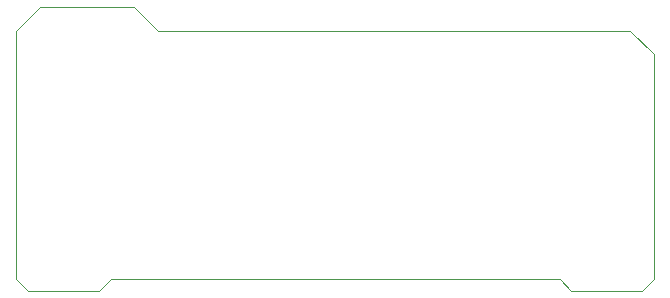
<source format=gbr>
%TF.GenerationSoftware,KiCad,Pcbnew,(5.1.7)-1*%
%TF.CreationDate,2021-03-20T18:42:02+01:00*%
%TF.ProjectId,MicroBBPS,4d696372-6f42-4425-9053-2e6b69636164,rev?*%
%TF.SameCoordinates,Original*%
%TF.FileFunction,Profile,NP*%
%FSLAX46Y46*%
G04 Gerber Fmt 4.6, Leading zero omitted, Abs format (unit mm)*
G04 Created by KiCad (PCBNEW (5.1.7)-1) date 2021-03-20 18:42:02*
%MOMM*%
%LPD*%
G01*
G04 APERTURE LIST*
%TA.AperFunction,Profile*%
%ADD10C,0.050000*%
%TD*%
G04 APERTURE END LIST*
D10*
X53000000Y-24000000D02*
X54000000Y-23000000D01*
X47000000Y-24000000D02*
X53000000Y-24000000D01*
X46000000Y-23000000D02*
X47000000Y-24000000D01*
X8000000Y-23000000D02*
X46000000Y-23000000D01*
X7000000Y-24000000D02*
X8000000Y-23000000D01*
X1000000Y-24000000D02*
X7000000Y-24000000D01*
X0Y-23000000D02*
X1000000Y-24000000D01*
X12000000Y-2000000D02*
X10000000Y0D01*
X0Y-2000000D02*
X2000000Y0D01*
X0Y-23000000D02*
X0Y-2000000D01*
X54000000Y-4000000D02*
X54000000Y-23000000D01*
X52000000Y-2000000D02*
X54000000Y-4000000D01*
X12000000Y-2000000D02*
X52000000Y-2000000D01*
X2000000Y0D02*
X10000000Y0D01*
M02*

</source>
